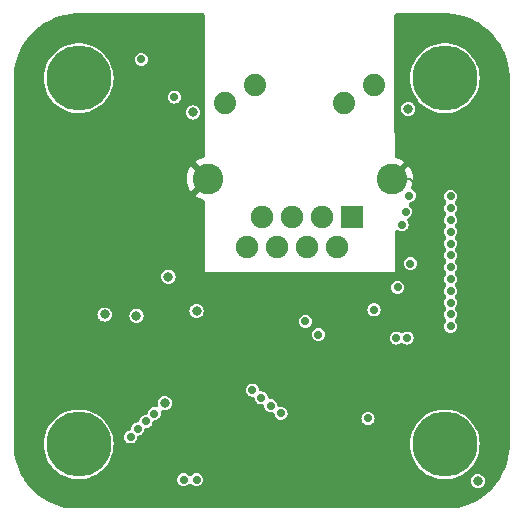
<source format=gbr>
%TF.GenerationSoftware,KiCad,Pcbnew,8.0.3*%
%TF.CreationDate,2024-12-09T21:22:52-05:00*%
%TF.ProjectId,Ethernet HAT,45746865-726e-4657-9420-4841542e6b69,rev?*%
%TF.SameCoordinates,Original*%
%TF.FileFunction,Copper,L2,Inr*%
%TF.FilePolarity,Positive*%
%FSLAX46Y46*%
G04 Gerber Fmt 4.6, Leading zero omitted, Abs format (unit mm)*
G04 Created by KiCad (PCBNEW 8.0.3) date 2024-12-09 21:22:52*
%MOMM*%
%LPD*%
G01*
G04 APERTURE LIST*
%TA.AperFunction,ComponentPad*%
%ADD10C,5.500000*%
%TD*%
%TA.AperFunction,ComponentPad*%
%ADD11C,1.890000*%
%TD*%
%TA.AperFunction,ComponentPad*%
%ADD12R,1.900000X1.900000*%
%TD*%
%TA.AperFunction,ComponentPad*%
%ADD13C,1.900000*%
%TD*%
%TA.AperFunction,ComponentPad*%
%ADD14C,2.600000*%
%TD*%
%TA.AperFunction,ViaPad*%
%ADD15C,0.800000*%
%TD*%
%TA.AperFunction,ViaPad*%
%ADD16C,0.700000*%
%TD*%
%TA.AperFunction,Conductor*%
%ADD17C,0.200000*%
%TD*%
G04 APERTURE END LIST*
D10*
%TO.N,N/C*%
%TO.C,H2*%
X165500000Y-115500000D03*
%TD*%
%TO.N,N/C*%
%TO.C,H4*%
X165500000Y-84500000D03*
%TD*%
%TO.N,N/C*%
%TO.C,H1*%
X134500000Y-84500000D03*
%TD*%
%TO.N,N/C*%
%TO.C,H3*%
X134500000Y-115500000D03*
%TD*%
D11*
%TO.N,+3.3V*%
%TO.C,J1*%
X146900000Y-86570000D03*
%TO.N,/ACT_LED*%
X149440000Y-85050000D03*
%TO.N,/LK_LED*%
X157010000Y-86570000D03*
%TO.N,+3.3V*%
X159550000Y-85050000D03*
D12*
%TO.N,/TD+*%
X157670000Y-96290000D03*
D13*
%TO.N,/TD-*%
X156400000Y-98830000D03*
%TO.N,/R+*%
X155130000Y-96290000D03*
%TO.N,TCT*%
X153860000Y-98830000D03*
%TO.N,RCT*%
X152590000Y-96290000D03*
%TO.N,/R-*%
X151320000Y-98830000D03*
%TO.N,unconnected-(J1-NC-PadR7)*%
X150050000Y-96290000D03*
%TO.N,GND*%
X148780000Y-98830000D03*
D14*
X161000000Y-93000000D03*
X145450000Y-93000000D03*
%TD*%
D15*
%TO.N,GND*%
X143900000Y-100400000D03*
X153200000Y-102800000D03*
D16*
X164400000Y-92200000D03*
X157800000Y-107600000D03*
X164400000Y-91200000D03*
X147544546Y-111958556D03*
X150100000Y-115700000D03*
D15*
X143100000Y-97500000D03*
D16*
X148204011Y-115811059D03*
D15*
X168400000Y-81600000D03*
X143100000Y-96000000D03*
X138900000Y-99800000D03*
D16*
X144400000Y-80900000D03*
X159600000Y-112400000D03*
X152700000Y-110200000D03*
D15*
X143500000Y-105000000D03*
D16*
X136400000Y-99500000D03*
X159100000Y-115100000D03*
D15*
X141000000Y-101300000D03*
X138900000Y-109400000D03*
D16*
X144870245Y-113371679D03*
D15*
X140300000Y-110900000D03*
D16*
X136400000Y-100900000D03*
D15*
X141400000Y-97500000D03*
X139844975Y-96944975D03*
X146000000Y-104600000D03*
D16*
X141062714Y-108037286D03*
D15*
X137600000Y-108000000D03*
%TO.N,RCT*%
X136700000Y-104500000D03*
X139400000Y-104600000D03*
%TO.N,3V3A*%
X141800000Y-112000000D03*
X144488908Y-104186828D03*
X142100000Y-101300000D03*
D16*
%TO.N,+3.3V*%
X143400000Y-118500000D03*
X144500000Y-118500000D03*
X161400000Y-106500000D03*
D15*
X168300000Y-118600000D03*
D16*
X159000000Y-113300000D03*
D15*
X162400000Y-87100000D03*
D16*
X162300000Y-106500000D03*
D15*
X144200000Y-87400000D03*
D16*
%TO.N,Net-(D2-A)*%
X139800000Y-82900000D03*
X142600000Y-86100000D03*
%TO.N,MISO*%
X166000000Y-96500000D03*
%TO.N,AUX3*%
X166000000Y-100500000D03*
%TO.N,MOSI*%
X166000000Y-98500000D03*
%TO.N,AUX4*%
X161500000Y-102200000D03*
X154800000Y-106200000D03*
X166000000Y-101500000D03*
%TO.N,ETH_CS*%
X166000000Y-97500000D03*
X162600000Y-100200000D03*
%TO.N,AUX2*%
X166000000Y-95500000D03*
%TO.N,SDA1*%
X166000000Y-105500000D03*
%TO.N,AUX1*%
X162500000Y-94450000D03*
X162200000Y-95800000D03*
X166000000Y-94500000D03*
%TO.N,SCK*%
X166000000Y-99500000D03*
%TO.N,SCL1*%
X166000000Y-104500000D03*
%TO.N,AUX5*%
X161888298Y-96888297D03*
X166000000Y-102500000D03*
%TO.N,AUX6*%
X166000000Y-103500000D03*
X159509620Y-104109620D03*
X153688298Y-105088298D03*
%TO.N,Net-(U1-LINKLED)*%
X139500000Y-114200000D03*
X150765872Y-112211675D03*
%TO.N,Net-(U1-ACTLED)*%
X140900000Y-112900000D03*
X149200000Y-110900000D03*
%TO.N,Net-(U1-DUPLED)*%
X140197216Y-113550000D03*
X149975526Y-111563384D03*
%TO.N,Net-(U1-SPDLED)*%
X138898780Y-114869731D03*
X151638325Y-112861675D03*
%TD*%
D17*
%TO.N,GND*%
X162500000Y-91500000D02*
X162500000Y-90800000D01*
X162600000Y-93000000D02*
X163400000Y-93800000D01*
X161000000Y-93000000D02*
X162600000Y-93000000D01*
%TD*%
%TA.AperFunction,Conductor*%
%TO.N,GND*%
G36*
X145087343Y-79019707D02*
G01*
X145156584Y-79074926D01*
X145195011Y-79154718D01*
X145200000Y-79199000D01*
X145200000Y-87358989D01*
X145192276Y-87392828D01*
X145200000Y-87441010D01*
X145200000Y-91046896D01*
X145180293Y-91133239D01*
X145125074Y-91202480D01*
X145054916Y-91236267D01*
X145055455Y-91238014D01*
X144790539Y-91319730D01*
X144547478Y-91436782D01*
X144547473Y-91436785D01*
X144364849Y-91561295D01*
X144364849Y-91561296D01*
X145087706Y-92284153D01*
X145071058Y-92291049D01*
X144940030Y-92378599D01*
X144828599Y-92490030D01*
X144741049Y-92621058D01*
X144734153Y-92637706D01*
X144012295Y-91915848D01*
X144012294Y-91915848D01*
X143958600Y-91983179D01*
X143823714Y-92216809D01*
X143823710Y-92216817D01*
X143725146Y-92467953D01*
X143665114Y-92730969D01*
X143644953Y-93000000D01*
X143665114Y-93269030D01*
X143725146Y-93532046D01*
X143823710Y-93783182D01*
X143823714Y-93783190D01*
X143958598Y-94016815D01*
X143958603Y-94016823D01*
X144012294Y-94084151D01*
X144012295Y-94084151D01*
X144734153Y-93362293D01*
X144741049Y-93378942D01*
X144828599Y-93509970D01*
X144940030Y-93621401D01*
X145071058Y-93708951D01*
X145087705Y-93715846D01*
X144364848Y-94438702D01*
X144364849Y-94438703D01*
X144547469Y-94563212D01*
X144547477Y-94563217D01*
X144790539Y-94680269D01*
X145055455Y-94761986D01*
X145054915Y-94763733D01*
X145125072Y-94797517D01*
X145180291Y-94866758D01*
X145200000Y-94953100D01*
X145200000Y-100900000D01*
X161300000Y-100900000D01*
X161300000Y-100899999D01*
X161298080Y-100477622D01*
X161296818Y-100199996D01*
X162044750Y-100199996D01*
X162044750Y-100200003D01*
X162063669Y-100343709D01*
X162063670Y-100343711D01*
X162119137Y-100477622D01*
X162119139Y-100477626D01*
X162207377Y-100592620D01*
X162207379Y-100592622D01*
X162322373Y-100680860D01*
X162322377Y-100680862D01*
X162456288Y-100736329D01*
X162456290Y-100736330D01*
X162599997Y-100755250D01*
X162600000Y-100755250D01*
X162600003Y-100755250D01*
X162743709Y-100736330D01*
X162743711Y-100736329D01*
X162877625Y-100680861D01*
X162992621Y-100592621D01*
X163080861Y-100477625D01*
X163136330Y-100343709D01*
X163152304Y-100222377D01*
X163155250Y-100200003D01*
X163155250Y-100199996D01*
X163136330Y-100056290D01*
X163136329Y-100056288D01*
X163080862Y-99922377D01*
X163080860Y-99922373D01*
X162992622Y-99807379D01*
X162992620Y-99807377D01*
X162877626Y-99719139D01*
X162877622Y-99719137D01*
X162743711Y-99663670D01*
X162743709Y-99663669D01*
X162600003Y-99644750D01*
X162599997Y-99644750D01*
X162456290Y-99663669D01*
X162456288Y-99663670D01*
X162322377Y-99719137D01*
X162322373Y-99719139D01*
X162207379Y-99807377D01*
X162207377Y-99807379D01*
X162119139Y-99922373D01*
X162119137Y-99922377D01*
X162063670Y-100056288D01*
X162063669Y-100056290D01*
X162044750Y-100199996D01*
X161296818Y-100199996D01*
X161284651Y-97523423D01*
X161303966Y-97436996D01*
X161358869Y-97367504D01*
X161438486Y-97328716D01*
X161527048Y-97328313D01*
X161604791Y-97364645D01*
X161610672Y-97369158D01*
X161610675Y-97369159D01*
X161744586Y-97424626D01*
X161744588Y-97424627D01*
X161888295Y-97443547D01*
X161888298Y-97443547D01*
X161888301Y-97443547D01*
X162032007Y-97424627D01*
X162032009Y-97424626D01*
X162165923Y-97369158D01*
X162280919Y-97280918D01*
X162369159Y-97165922D01*
X162424628Y-97032006D01*
X162428842Y-97000000D01*
X162443548Y-96888300D01*
X162443548Y-96888293D01*
X162424628Y-96744587D01*
X162424627Y-96744585D01*
X162369160Y-96610674D01*
X162369159Y-96610673D01*
X162369159Y-96610672D01*
X162361159Y-96600246D01*
X162324232Y-96519751D01*
X162325887Y-96431203D01*
X162365798Y-96352142D01*
X162436059Y-96298228D01*
X162442834Y-96295271D01*
X162477625Y-96280861D01*
X162592621Y-96192621D01*
X162680861Y-96077625D01*
X162736330Y-95943709D01*
X162755250Y-95800000D01*
X162755250Y-95799996D01*
X162736330Y-95656290D01*
X162736329Y-95656288D01*
X162680862Y-95522377D01*
X162680860Y-95522373D01*
X162592623Y-95407380D01*
X162561572Y-95383554D01*
X162512887Y-95346196D01*
X162456385Y-95278002D01*
X162435067Y-95192043D01*
X162453156Y-95105347D01*
X162507069Y-95035084D01*
X162586130Y-94995172D01*
X162608047Y-94991025D01*
X162643709Y-94986330D01*
X162777625Y-94930861D01*
X162892621Y-94842621D01*
X162892624Y-94842618D01*
X162942497Y-94777622D01*
X162980861Y-94727625D01*
X163036330Y-94593709D01*
X163048668Y-94499996D01*
X165444750Y-94499996D01*
X165444750Y-94500003D01*
X165463669Y-94643709D01*
X165463670Y-94643711D01*
X165519137Y-94777621D01*
X165519139Y-94777625D01*
X165569013Y-94842622D01*
X165596817Y-94878857D01*
X165633744Y-94959354D01*
X165632088Y-95047902D01*
X165596817Y-95121143D01*
X165519137Y-95222378D01*
X165463670Y-95356288D01*
X165463669Y-95356290D01*
X165444750Y-95499996D01*
X165444750Y-95500003D01*
X165463669Y-95643709D01*
X165463670Y-95643711D01*
X165473824Y-95668224D01*
X165519139Y-95777625D01*
X165573608Y-95848610D01*
X165596817Y-95878857D01*
X165633744Y-95959354D01*
X165632088Y-96047902D01*
X165596817Y-96121143D01*
X165519137Y-96222378D01*
X165463670Y-96356288D01*
X165463669Y-96356290D01*
X165444750Y-96499996D01*
X165444750Y-96500003D01*
X165463669Y-96643709D01*
X165463670Y-96643711D01*
X165519137Y-96777621D01*
X165519139Y-96777625D01*
X165573608Y-96848610D01*
X165596817Y-96878857D01*
X165633744Y-96959354D01*
X165632088Y-97047902D01*
X165596817Y-97121143D01*
X165519137Y-97222378D01*
X165463670Y-97356288D01*
X165463669Y-97356290D01*
X165444750Y-97499996D01*
X165444750Y-97500003D01*
X165463669Y-97643709D01*
X165463670Y-97643711D01*
X165519137Y-97777621D01*
X165519139Y-97777625D01*
X165573608Y-97848610D01*
X165596817Y-97878857D01*
X165633744Y-97959354D01*
X165632088Y-98047902D01*
X165596817Y-98121143D01*
X165519137Y-98222378D01*
X165463670Y-98356288D01*
X165463669Y-98356290D01*
X165444750Y-98499996D01*
X165444750Y-98500003D01*
X165463669Y-98643709D01*
X165463670Y-98643711D01*
X165519137Y-98777621D01*
X165519139Y-98777625D01*
X165573608Y-98848610D01*
X165596817Y-98878857D01*
X165633744Y-98959354D01*
X165632088Y-99047902D01*
X165596817Y-99121143D01*
X165519137Y-99222378D01*
X165463670Y-99356288D01*
X165463669Y-99356290D01*
X165444750Y-99499996D01*
X165444750Y-99500003D01*
X165463669Y-99643709D01*
X165463670Y-99643711D01*
X165519137Y-99777621D01*
X165519139Y-99777625D01*
X165573608Y-99848610D01*
X165596817Y-99878857D01*
X165633744Y-99959354D01*
X165632088Y-100047902D01*
X165596817Y-100121143D01*
X165519137Y-100222378D01*
X165463670Y-100356288D01*
X165463669Y-100356290D01*
X165444750Y-100499996D01*
X165444750Y-100500003D01*
X165463669Y-100643709D01*
X165463670Y-100643711D01*
X165502034Y-100736330D01*
X165519139Y-100777625D01*
X165573608Y-100848610D01*
X165596817Y-100878857D01*
X165633744Y-100959354D01*
X165632088Y-101047902D01*
X165596817Y-101121143D01*
X165519137Y-101222378D01*
X165463670Y-101356288D01*
X165463669Y-101356290D01*
X165444750Y-101499996D01*
X165444750Y-101500003D01*
X165463669Y-101643709D01*
X165463670Y-101643711D01*
X165519137Y-101777621D01*
X165519139Y-101777625D01*
X165573608Y-101848610D01*
X165596817Y-101878857D01*
X165633744Y-101959354D01*
X165632088Y-102047902D01*
X165596817Y-102121143D01*
X165519137Y-102222378D01*
X165463670Y-102356288D01*
X165463669Y-102356290D01*
X165444750Y-102499996D01*
X165444750Y-102500003D01*
X165463669Y-102643709D01*
X165463670Y-102643711D01*
X165502034Y-102736330D01*
X165519139Y-102777625D01*
X165573608Y-102848610D01*
X165596817Y-102878857D01*
X165633744Y-102959354D01*
X165632088Y-103047902D01*
X165596817Y-103121143D01*
X165519137Y-103222378D01*
X165463670Y-103356288D01*
X165463669Y-103356290D01*
X165444750Y-103499996D01*
X165444750Y-103500003D01*
X165463669Y-103643709D01*
X165463670Y-103643711D01*
X165494026Y-103716997D01*
X165519139Y-103777625D01*
X165573608Y-103848610D01*
X165596817Y-103878857D01*
X165633744Y-103959354D01*
X165632088Y-104047902D01*
X165596817Y-104121143D01*
X165519137Y-104222378D01*
X165463670Y-104356288D01*
X165463669Y-104356290D01*
X165444750Y-104499996D01*
X165444750Y-104500003D01*
X165463669Y-104643709D01*
X165463670Y-104643711D01*
X165516756Y-104771872D01*
X165519139Y-104777625D01*
X165573608Y-104848610D01*
X165596817Y-104878857D01*
X165633744Y-104959354D01*
X165632088Y-105047902D01*
X165596817Y-105121143D01*
X165519137Y-105222378D01*
X165463670Y-105356288D01*
X165463669Y-105356290D01*
X165444750Y-105499996D01*
X165444750Y-105500003D01*
X165463669Y-105643709D01*
X165463670Y-105643711D01*
X165519137Y-105777622D01*
X165519139Y-105777626D01*
X165607377Y-105892620D01*
X165607379Y-105892622D01*
X165722373Y-105980860D01*
X165722377Y-105980862D01*
X165856288Y-106036329D01*
X165856290Y-106036330D01*
X165999997Y-106055250D01*
X166000000Y-106055250D01*
X166000003Y-106055250D01*
X166143709Y-106036330D01*
X166143711Y-106036329D01*
X166185217Y-106019137D01*
X166277625Y-105980861D01*
X166335123Y-105936741D01*
X166392620Y-105892622D01*
X166392622Y-105892620D01*
X166480860Y-105777626D01*
X166480859Y-105777626D01*
X166480861Y-105777625D01*
X166536330Y-105643709D01*
X166555250Y-105500000D01*
X166555250Y-105499996D01*
X166536330Y-105356290D01*
X166536329Y-105356288D01*
X166480862Y-105222377D01*
X166480861Y-105222376D01*
X166480861Y-105222375D01*
X166403182Y-105121142D01*
X166366255Y-105040647D01*
X166367911Y-104952099D01*
X166403183Y-104878856D01*
X166480861Y-104777625D01*
X166536330Y-104643709D01*
X166548408Y-104551968D01*
X166555250Y-104500003D01*
X166555250Y-104499996D01*
X166536330Y-104356290D01*
X166536329Y-104356288D01*
X166480862Y-104222377D01*
X166480861Y-104222376D01*
X166480861Y-104222375D01*
X166403182Y-104121142D01*
X166366255Y-104040647D01*
X166367911Y-103952099D01*
X166403183Y-103878856D01*
X166480861Y-103777625D01*
X166536330Y-103643709D01*
X166555250Y-103500000D01*
X166555250Y-103499996D01*
X166536330Y-103356290D01*
X166536329Y-103356288D01*
X166480862Y-103222377D01*
X166480861Y-103222376D01*
X166480861Y-103222375D01*
X166403182Y-103121142D01*
X166366255Y-103040647D01*
X166367911Y-102952099D01*
X166403183Y-102878856D01*
X166480861Y-102777625D01*
X166536330Y-102643709D01*
X166555250Y-102500000D01*
X166555250Y-102499996D01*
X166536330Y-102356290D01*
X166536329Y-102356288D01*
X166480862Y-102222377D01*
X166480861Y-102222376D01*
X166480861Y-102222375D01*
X166403182Y-102121142D01*
X166366255Y-102040647D01*
X166367911Y-101952099D01*
X166403183Y-101878856D01*
X166480861Y-101777625D01*
X166536330Y-101643709D01*
X166541710Y-101602843D01*
X166555250Y-101500003D01*
X166555250Y-101499996D01*
X166536330Y-101356290D01*
X166536329Y-101356288D01*
X166480862Y-101222377D01*
X166480861Y-101222376D01*
X166480861Y-101222375D01*
X166403182Y-101121142D01*
X166366255Y-101040647D01*
X166367911Y-100952099D01*
X166403183Y-100878856D01*
X166480861Y-100777625D01*
X166536330Y-100643709D01*
X166555250Y-100500000D01*
X166555250Y-100499996D01*
X166536330Y-100356290D01*
X166536329Y-100356288D01*
X166480862Y-100222377D01*
X166480861Y-100222376D01*
X166480861Y-100222375D01*
X166403182Y-100121142D01*
X166366255Y-100040647D01*
X166367911Y-99952099D01*
X166403183Y-99878856D01*
X166480861Y-99777625D01*
X166536330Y-99643709D01*
X166555250Y-99500000D01*
X166555250Y-99499996D01*
X166536330Y-99356290D01*
X166536329Y-99356288D01*
X166480862Y-99222377D01*
X166480861Y-99222376D01*
X166480861Y-99222375D01*
X166403182Y-99121142D01*
X166366255Y-99040647D01*
X166367911Y-98952099D01*
X166403183Y-98878856D01*
X166480861Y-98777625D01*
X166536330Y-98643709D01*
X166555250Y-98500000D01*
X166555250Y-98499996D01*
X166536330Y-98356290D01*
X166536329Y-98356288D01*
X166480862Y-98222377D01*
X166480861Y-98222376D01*
X166480861Y-98222375D01*
X166403182Y-98121142D01*
X166366255Y-98040647D01*
X166367911Y-97952099D01*
X166403183Y-97878856D01*
X166480861Y-97777625D01*
X166536330Y-97643709D01*
X166555250Y-97500000D01*
X166555250Y-97499996D01*
X166536330Y-97356290D01*
X166536329Y-97356288D01*
X166480862Y-97222377D01*
X166480861Y-97222376D01*
X166480861Y-97222375D01*
X166403182Y-97121142D01*
X166366255Y-97040647D01*
X166367911Y-96952099D01*
X166403183Y-96878856D01*
X166480861Y-96777625D01*
X166536330Y-96643709D01*
X166540679Y-96610674D01*
X166555250Y-96500003D01*
X166555250Y-96499996D01*
X166536330Y-96356290D01*
X166536329Y-96356288D01*
X166480862Y-96222377D01*
X166480861Y-96222376D01*
X166480861Y-96222375D01*
X166403182Y-96121142D01*
X166366255Y-96040647D01*
X166367911Y-95952099D01*
X166403183Y-95878856D01*
X166480861Y-95777625D01*
X166536330Y-95643709D01*
X166541660Y-95603228D01*
X166555250Y-95500003D01*
X166555250Y-95499996D01*
X166536330Y-95356290D01*
X166536329Y-95356288D01*
X166480862Y-95222377D01*
X166480861Y-95222376D01*
X166480861Y-95222375D01*
X166403182Y-95121142D01*
X166366255Y-95040647D01*
X166367911Y-94952099D01*
X166403183Y-94878856D01*
X166417009Y-94860838D01*
X166480861Y-94777625D01*
X166536330Y-94643709D01*
X166540062Y-94615359D01*
X166555250Y-94500003D01*
X166555250Y-94499996D01*
X166536330Y-94356290D01*
X166536329Y-94356288D01*
X166480862Y-94222377D01*
X166480860Y-94222373D01*
X166392622Y-94107379D01*
X166392620Y-94107377D01*
X166277626Y-94019139D01*
X166277622Y-94019137D01*
X166143711Y-93963670D01*
X166143709Y-93963669D01*
X166000003Y-93944750D01*
X165999997Y-93944750D01*
X165856290Y-93963669D01*
X165856288Y-93963670D01*
X165722377Y-94019137D01*
X165722373Y-94019139D01*
X165607379Y-94107377D01*
X165607377Y-94107379D01*
X165519139Y-94222373D01*
X165519137Y-94222377D01*
X165463670Y-94356288D01*
X165463669Y-94356290D01*
X165444750Y-94499996D01*
X163048668Y-94499996D01*
X163055250Y-94450003D01*
X163055250Y-94449996D01*
X163036330Y-94306290D01*
X163036329Y-94306288D01*
X162980862Y-94172377D01*
X162980860Y-94172373D01*
X162892622Y-94057379D01*
X162892620Y-94057377D01*
X162777626Y-93969139D01*
X162777625Y-93969138D01*
X162765120Y-93963959D01*
X162692891Y-93912710D01*
X162650051Y-93835197D01*
X162645086Y-93746773D01*
X162656031Y-93707403D01*
X162724852Y-93532052D01*
X162724853Y-93532048D01*
X162784885Y-93269030D01*
X162805046Y-93000000D01*
X162784885Y-92730969D01*
X162724853Y-92467953D01*
X162626289Y-92216817D01*
X162626285Y-92216809D01*
X162491399Y-91983180D01*
X162437703Y-91915847D01*
X161715846Y-92637704D01*
X161708951Y-92621058D01*
X161621401Y-92490030D01*
X161509970Y-92378599D01*
X161378942Y-92291049D01*
X161362293Y-92284152D01*
X162085150Y-91561296D01*
X162085149Y-91561295D01*
X161902529Y-91436786D01*
X161902530Y-91436786D01*
X161659460Y-91319730D01*
X161395564Y-91238328D01*
X161318866Y-91194046D01*
X161268977Y-91120871D01*
X161255223Y-91049074D01*
X161237273Y-87100000D01*
X161794318Y-87100000D01*
X161814956Y-87256762D01*
X161814957Y-87256764D01*
X161875463Y-87402840D01*
X161875464Y-87402843D01*
X161939633Y-87486468D01*
X161971718Y-87528282D01*
X162008834Y-87556762D01*
X162097156Y-87624535D01*
X162097159Y-87624536D01*
X162243238Y-87685044D01*
X162400000Y-87705682D01*
X162556762Y-87685044D01*
X162702841Y-87624536D01*
X162702841Y-87624535D01*
X162702843Y-87624535D01*
X162731976Y-87602179D01*
X162828282Y-87528282D01*
X162902179Y-87431976D01*
X162924535Y-87402843D01*
X162924536Y-87402840D01*
X162925036Y-87401634D01*
X162985044Y-87256762D01*
X163005682Y-87100000D01*
X162985044Y-86943238D01*
X162924536Y-86797159D01*
X162924535Y-86797156D01*
X162870094Y-86726209D01*
X162828282Y-86671718D01*
X162782162Y-86636329D01*
X162702843Y-86575464D01*
X162702840Y-86575463D01*
X162556764Y-86514957D01*
X162556762Y-86514956D01*
X162400000Y-86494318D01*
X162243237Y-86514956D01*
X162243235Y-86514957D01*
X162097159Y-86575463D01*
X162097156Y-86575464D01*
X161971718Y-86671718D01*
X161875464Y-86797156D01*
X161875463Y-86797159D01*
X161814957Y-86943235D01*
X161814956Y-86943237D01*
X161794318Y-87100000D01*
X161237273Y-87100000D01*
X161225455Y-84499994D01*
X162544500Y-84499994D01*
X162544500Y-84500005D01*
X162564482Y-84843103D01*
X162624167Y-85181592D01*
X162722737Y-85510839D01*
X162858870Y-85826429D01*
X162858871Y-85826431D01*
X163030713Y-86124069D01*
X163030712Y-86124069D01*
X163219479Y-86377626D01*
X163235956Y-86399759D01*
X163471813Y-86649753D01*
X163735098Y-86870675D01*
X164022250Y-87059538D01*
X164329386Y-87213788D01*
X164652353Y-87331338D01*
X164652358Y-87331339D01*
X164652360Y-87331340D01*
X164760756Y-87357029D01*
X164986783Y-87410599D01*
X165095213Y-87423272D01*
X165328138Y-87450499D01*
X165328150Y-87450499D01*
X165328153Y-87450500D01*
X165328155Y-87450500D01*
X165671845Y-87450500D01*
X165671847Y-87450500D01*
X165671849Y-87450499D01*
X165671861Y-87450499D01*
X165849801Y-87429699D01*
X166013217Y-87410599D01*
X166347647Y-87331338D01*
X166670614Y-87213788D01*
X166977750Y-87059538D01*
X167264902Y-86870675D01*
X167528187Y-86649753D01*
X167764044Y-86399759D01*
X167969284Y-86124074D01*
X168141131Y-85826426D01*
X168277262Y-85510841D01*
X168375834Y-85181585D01*
X168435516Y-84843113D01*
X168455500Y-84500000D01*
X168455436Y-84498899D01*
X168435517Y-84156896D01*
X168435516Y-84156891D01*
X168435516Y-84156887D01*
X168375834Y-83818415D01*
X168367447Y-83790401D01*
X168277262Y-83489160D01*
X168254473Y-83436330D01*
X168141131Y-83173574D01*
X168066153Y-83043709D01*
X167969286Y-82875930D01*
X167969287Y-82875930D01*
X167764047Y-82600245D01*
X167764046Y-82600244D01*
X167764044Y-82600241D01*
X167528187Y-82350247D01*
X167264902Y-82129325D01*
X166977750Y-81940462D01*
X166827566Y-81865036D01*
X166670621Y-81786215D01*
X166670617Y-81786213D01*
X166670614Y-81786212D01*
X166347647Y-81668662D01*
X166347645Y-81668661D01*
X166347641Y-81668660D01*
X166347639Y-81668659D01*
X166013213Y-81589400D01*
X165671861Y-81549500D01*
X165671847Y-81549500D01*
X165328153Y-81549500D01*
X165328138Y-81549500D01*
X164986787Y-81589400D01*
X164986786Y-81589400D01*
X164652360Y-81668659D01*
X164652358Y-81668660D01*
X164652353Y-81668662D01*
X164329386Y-81786212D01*
X164329384Y-81786212D01*
X164329384Y-81786213D01*
X164329378Y-81786215D01*
X164022246Y-81940464D01*
X163735095Y-82129327D01*
X163471811Y-82350249D01*
X163235952Y-82600245D01*
X163030713Y-82875930D01*
X162858871Y-83173568D01*
X162858870Y-83173570D01*
X162722737Y-83489160D01*
X162624167Y-83818407D01*
X162564482Y-84156896D01*
X162544500Y-84499994D01*
X161225455Y-84499994D01*
X161201364Y-79199905D01*
X161220679Y-79113473D01*
X161275582Y-79043981D01*
X161355199Y-79005193D01*
X161400362Y-79000000D01*
X165498931Y-79000000D01*
X165501100Y-79000011D01*
X165732415Y-79002534D01*
X165747587Y-79003278D01*
X166209595Y-79043700D01*
X166226777Y-79045962D01*
X166682433Y-79126306D01*
X166699382Y-79130064D01*
X167146273Y-79249808D01*
X167162830Y-79255028D01*
X167597613Y-79413276D01*
X167613629Y-79419910D01*
X167968768Y-79585514D01*
X168032950Y-79615443D01*
X168048349Y-79623459D01*
X168449038Y-79854796D01*
X168463666Y-79864116D01*
X168719068Y-80042950D01*
X168842662Y-80129492D01*
X168856435Y-80140060D01*
X169210865Y-80437462D01*
X169223664Y-80449191D01*
X169550808Y-80776335D01*
X169562537Y-80789134D01*
X169859939Y-81143564D01*
X169870507Y-81157337D01*
X170135879Y-81536326D01*
X170145207Y-81550968D01*
X170376540Y-81951650D01*
X170384556Y-81967049D01*
X170580084Y-82386359D01*
X170586728Y-82402398D01*
X170744971Y-82837169D01*
X170750191Y-82853726D01*
X170869935Y-83300617D01*
X170873693Y-83317566D01*
X170954035Y-83773207D01*
X170956301Y-83790419D01*
X170996720Y-84252411D01*
X170997465Y-84267585D01*
X170999988Y-84498899D01*
X171000000Y-84501069D01*
X171000000Y-115498930D01*
X170999988Y-115501100D01*
X170997465Y-115732414D01*
X170996720Y-115747588D01*
X170956301Y-116209580D01*
X170954035Y-116226792D01*
X170873693Y-116682433D01*
X170869935Y-116699382D01*
X170750191Y-117146273D01*
X170744971Y-117162830D01*
X170586728Y-117597601D01*
X170580084Y-117613640D01*
X170384556Y-118032950D01*
X170376540Y-118048349D01*
X170145207Y-118449031D01*
X170135879Y-118463673D01*
X169870507Y-118842662D01*
X169859939Y-118856435D01*
X169562537Y-119210865D01*
X169550808Y-119223664D01*
X169223664Y-119550808D01*
X169210865Y-119562537D01*
X168856435Y-119859939D01*
X168842662Y-119870507D01*
X168463673Y-120135879D01*
X168449031Y-120145207D01*
X168048349Y-120376540D01*
X168032950Y-120384556D01*
X167613640Y-120580084D01*
X167597601Y-120586728D01*
X167162830Y-120744971D01*
X167146273Y-120750191D01*
X166699382Y-120869935D01*
X166682434Y-120873693D01*
X166468140Y-120911479D01*
X166436960Y-120916977D01*
X166402405Y-120920000D01*
X133597601Y-120920000D01*
X133563045Y-120916977D01*
X133317566Y-120873692D01*
X133300617Y-120869934D01*
X132853727Y-120750190D01*
X132837170Y-120744970D01*
X132402399Y-120586727D01*
X132386360Y-120580083D01*
X131967049Y-120384555D01*
X131951650Y-120376539D01*
X131550969Y-120145206D01*
X131536327Y-120135878D01*
X131157338Y-119870506D01*
X131143565Y-119859938D01*
X130789134Y-119562536D01*
X130776335Y-119550807D01*
X130449192Y-119223664D01*
X130437463Y-119210865D01*
X130140061Y-118856434D01*
X130129493Y-118842661D01*
X129959579Y-118600000D01*
X129889556Y-118499996D01*
X142844750Y-118499996D01*
X142844750Y-118500003D01*
X142863669Y-118643709D01*
X142863670Y-118643711D01*
X142919137Y-118777622D01*
X142919139Y-118777626D01*
X143007377Y-118892620D01*
X143007379Y-118892622D01*
X143122373Y-118980860D01*
X143122377Y-118980862D01*
X143256288Y-119036329D01*
X143256290Y-119036330D01*
X143399997Y-119055250D01*
X143400000Y-119055250D01*
X143400003Y-119055250D01*
X143543709Y-119036330D01*
X143543711Y-119036329D01*
X143677625Y-118980861D01*
X143779302Y-118902841D01*
X143792620Y-118892622D01*
X143801844Y-118883399D01*
X143802838Y-118884393D01*
X143860316Y-118836769D01*
X143946275Y-118815449D01*
X144032972Y-118833536D01*
X144098069Y-118883485D01*
X144098156Y-118883399D01*
X144098812Y-118884055D01*
X144103235Y-118887449D01*
X144107285Y-118892528D01*
X144107379Y-118892622D01*
X144222373Y-118980860D01*
X144222377Y-118980862D01*
X144356288Y-119036329D01*
X144356290Y-119036330D01*
X144499997Y-119055250D01*
X144500000Y-119055250D01*
X144500003Y-119055250D01*
X144643709Y-119036330D01*
X144643711Y-119036329D01*
X144777625Y-118980861D01*
X144879302Y-118902841D01*
X144892620Y-118892622D01*
X144892622Y-118892620D01*
X144980860Y-118777626D01*
X144980859Y-118777626D01*
X144980861Y-118777625D01*
X145036330Y-118643709D01*
X145042085Y-118600000D01*
X167694318Y-118600000D01*
X167714956Y-118756762D01*
X167714957Y-118756764D01*
X167775463Y-118902840D01*
X167775464Y-118902843D01*
X167835330Y-118980860D01*
X167871718Y-119028282D01*
X167926209Y-119070094D01*
X167997156Y-119124535D01*
X167997159Y-119124536D01*
X168143238Y-119185044D01*
X168300000Y-119205682D01*
X168456762Y-119185044D01*
X168602841Y-119124536D01*
X168602841Y-119124535D01*
X168602843Y-119124535D01*
X168631976Y-119102179D01*
X168728282Y-119028282D01*
X168802179Y-118931976D01*
X168824535Y-118902843D01*
X168824536Y-118902840D01*
X168885044Y-118756762D01*
X168905682Y-118600000D01*
X168885044Y-118443238D01*
X168824536Y-118297159D01*
X168824535Y-118297156D01*
X168738128Y-118184550D01*
X168728282Y-118171718D01*
X168686468Y-118139633D01*
X168602843Y-118075464D01*
X168602840Y-118075463D01*
X168489856Y-118028664D01*
X168456762Y-118014956D01*
X168300000Y-117994318D01*
X168143237Y-118014956D01*
X168143235Y-118014957D01*
X167997159Y-118075463D01*
X167997156Y-118075464D01*
X167871718Y-118171718D01*
X167775464Y-118297156D01*
X167775463Y-118297159D01*
X167714957Y-118443235D01*
X167714956Y-118443237D01*
X167694318Y-118600000D01*
X145042085Y-118600000D01*
X145055250Y-118500000D01*
X145055250Y-118499996D01*
X145036330Y-118356290D01*
X145036329Y-118356288D01*
X144980862Y-118222377D01*
X144980860Y-118222373D01*
X144892622Y-118107379D01*
X144892620Y-118107377D01*
X144777626Y-118019139D01*
X144777622Y-118019137D01*
X144643711Y-117963670D01*
X144643709Y-117963669D01*
X144500003Y-117944750D01*
X144499997Y-117944750D01*
X144356290Y-117963669D01*
X144356288Y-117963670D01*
X144222377Y-118019137D01*
X144222373Y-118019139D01*
X144107379Y-118107377D01*
X144098156Y-118116601D01*
X144097162Y-118115607D01*
X144039675Y-118163235D01*
X143953715Y-118184550D01*
X143867019Y-118166458D01*
X143801932Y-118116512D01*
X143801844Y-118116601D01*
X143801169Y-118115926D01*
X143796759Y-118112542D01*
X143792716Y-118107473D01*
X143792620Y-118107377D01*
X143677626Y-118019139D01*
X143677622Y-118019137D01*
X143543711Y-117963670D01*
X143543709Y-117963669D01*
X143400003Y-117944750D01*
X143399997Y-117944750D01*
X143256290Y-117963669D01*
X143256288Y-117963670D01*
X143122377Y-118019137D01*
X143122373Y-118019139D01*
X143007379Y-118107377D01*
X143007377Y-118107379D01*
X142919139Y-118222373D01*
X142919137Y-118222377D01*
X142863670Y-118356288D01*
X142863669Y-118356290D01*
X142844750Y-118499996D01*
X129889556Y-118499996D01*
X129864117Y-118463665D01*
X129854793Y-118449030D01*
X129851448Y-118443237D01*
X129662814Y-118116512D01*
X129623460Y-118048349D01*
X129615444Y-118032950D01*
X129574316Y-117944750D01*
X129419911Y-117613628D01*
X129413277Y-117597612D01*
X129255029Y-117162829D01*
X129249809Y-117146272D01*
X129130065Y-116699382D01*
X129126307Y-116682433D01*
X129045963Y-116226777D01*
X129043701Y-116209595D01*
X129003279Y-115747587D01*
X129002535Y-115732414D01*
X129000012Y-115501025D01*
X129000006Y-115499994D01*
X131544500Y-115499994D01*
X131544500Y-115500005D01*
X131564482Y-115843103D01*
X131624167Y-116181592D01*
X131722737Y-116510839D01*
X131858870Y-116826429D01*
X131858871Y-116826431D01*
X132030713Y-117124069D01*
X132030712Y-117124069D01*
X132047243Y-117146273D01*
X132235956Y-117399759D01*
X132471813Y-117649753D01*
X132735098Y-117870675D01*
X133022250Y-118059538D01*
X133329386Y-118213788D01*
X133652353Y-118331338D01*
X133652358Y-118331339D01*
X133652360Y-118331340D01*
X133757626Y-118356288D01*
X133986783Y-118410599D01*
X134095213Y-118423272D01*
X134328138Y-118450499D01*
X134328150Y-118450499D01*
X134328153Y-118450500D01*
X134328155Y-118450500D01*
X134671845Y-118450500D01*
X134671847Y-118450500D01*
X134671849Y-118450499D01*
X134671861Y-118450499D01*
X134849801Y-118429699D01*
X135013217Y-118410599D01*
X135347647Y-118331338D01*
X135670614Y-118213788D01*
X135977750Y-118059538D01*
X136264902Y-117870675D01*
X136528187Y-117649753D01*
X136764044Y-117399759D01*
X136969284Y-117124074D01*
X137141131Y-116826426D01*
X137277262Y-116510841D01*
X137375834Y-116181585D01*
X137435516Y-115843113D01*
X137441964Y-115732414D01*
X137455500Y-115500005D01*
X137455500Y-115499994D01*
X162544500Y-115499994D01*
X162544500Y-115500005D01*
X162564482Y-115843103D01*
X162624167Y-116181592D01*
X162722737Y-116510839D01*
X162858870Y-116826429D01*
X162858871Y-116826431D01*
X163030713Y-117124069D01*
X163030712Y-117124069D01*
X163047243Y-117146273D01*
X163235956Y-117399759D01*
X163471813Y-117649753D01*
X163735098Y-117870675D01*
X164022250Y-118059538D01*
X164329386Y-118213788D01*
X164652353Y-118331338D01*
X164652358Y-118331339D01*
X164652360Y-118331340D01*
X164757626Y-118356288D01*
X164986783Y-118410599D01*
X165095213Y-118423272D01*
X165328138Y-118450499D01*
X165328150Y-118450499D01*
X165328153Y-118450500D01*
X165328155Y-118450500D01*
X165671845Y-118450500D01*
X165671847Y-118450500D01*
X165671849Y-118450499D01*
X165671861Y-118450499D01*
X165849801Y-118429699D01*
X166013217Y-118410599D01*
X166347647Y-118331338D01*
X166670614Y-118213788D01*
X166977750Y-118059538D01*
X167264902Y-117870675D01*
X167528187Y-117649753D01*
X167764044Y-117399759D01*
X167969284Y-117124074D01*
X168141131Y-116826426D01*
X168277262Y-116510841D01*
X168375834Y-116181585D01*
X168435516Y-115843113D01*
X168441964Y-115732414D01*
X168455500Y-115500005D01*
X168455500Y-115499994D01*
X168435517Y-115156896D01*
X168435516Y-115156891D01*
X168435516Y-115156887D01*
X168375834Y-114818415D01*
X168277262Y-114489159D01*
X168141131Y-114173574D01*
X168100192Y-114102666D01*
X167969286Y-113875930D01*
X167969287Y-113875930D01*
X167764047Y-113600245D01*
X167764046Y-113600244D01*
X167764044Y-113600241D01*
X167528187Y-113350247D01*
X167264902Y-113129325D01*
X166977750Y-112940462D01*
X166736173Y-112819137D01*
X166670621Y-112786215D01*
X166670617Y-112786213D01*
X166670614Y-112786212D01*
X166347647Y-112668662D01*
X166347645Y-112668661D01*
X166347641Y-112668660D01*
X166347639Y-112668659D01*
X166013213Y-112589400D01*
X165671861Y-112549500D01*
X165671847Y-112549500D01*
X165328153Y-112549500D01*
X165328138Y-112549500D01*
X164986787Y-112589400D01*
X164986786Y-112589400D01*
X164652360Y-112668659D01*
X164652358Y-112668660D01*
X164586757Y-112692537D01*
X164329386Y-112786212D01*
X164329384Y-112786212D01*
X164329384Y-112786213D01*
X164329378Y-112786215D01*
X164022246Y-112940464D01*
X163735095Y-113129327D01*
X163677536Y-113177625D01*
X163481002Y-113342537D01*
X163471811Y-113350249D01*
X163235952Y-113600245D01*
X163030713Y-113875930D01*
X162858871Y-114173568D01*
X162858870Y-114173570D01*
X162722737Y-114489160D01*
X162624167Y-114818407D01*
X162564482Y-115156896D01*
X162544500Y-115499994D01*
X137455500Y-115499994D01*
X137435517Y-115156896D01*
X137435516Y-115156891D01*
X137435516Y-115156887D01*
X137384882Y-114869727D01*
X138343530Y-114869727D01*
X138343530Y-114869734D01*
X138362449Y-115013440D01*
X138362450Y-115013442D01*
X138417917Y-115147353D01*
X138417919Y-115147357D01*
X138506157Y-115262351D01*
X138506159Y-115262353D01*
X138621153Y-115350591D01*
X138621157Y-115350593D01*
X138755068Y-115406060D01*
X138755070Y-115406061D01*
X138898777Y-115424981D01*
X138898780Y-115424981D01*
X138898783Y-115424981D01*
X139042489Y-115406061D01*
X139042491Y-115406060D01*
X139176405Y-115350592D01*
X139291401Y-115262352D01*
X139379641Y-115147356D01*
X139435110Y-115013440D01*
X139448626Y-114910780D01*
X139479434Y-114827748D01*
X139543218Y-114766306D01*
X139619947Y-114739458D01*
X139643709Y-114736330D01*
X139643710Y-114736329D01*
X139643713Y-114736329D01*
X139741500Y-114695823D01*
X139777625Y-114680861D01*
X139892621Y-114592621D01*
X139980861Y-114477625D01*
X140036330Y-114343709D01*
X140045509Y-114273986D01*
X140076317Y-114190958D01*
X140140100Y-114129516D01*
X140216825Y-114102668D01*
X140340925Y-114086330D01*
X140474841Y-114030861D01*
X140589837Y-113942621D01*
X140605373Y-113922375D01*
X140678076Y-113827626D01*
X140678075Y-113827626D01*
X140678077Y-113827625D01*
X140733546Y-113693709D01*
X140742627Y-113624731D01*
X140773435Y-113541703D01*
X140837219Y-113480262D01*
X140913943Y-113453414D01*
X141043709Y-113436330D01*
X141177625Y-113380861D01*
X141292621Y-113292621D01*
X141308157Y-113272375D01*
X141380860Y-113177626D01*
X141380859Y-113177626D01*
X141380861Y-113177625D01*
X141436330Y-113043709D01*
X141455250Y-112900003D01*
X141455250Y-112899997D01*
X141443589Y-112811427D01*
X141451857Y-112723250D01*
X141497565Y-112647393D01*
X141571659Y-112598880D01*
X141659464Y-112587320D01*
X141666860Y-112588153D01*
X141800000Y-112605682D01*
X141956762Y-112585044D01*
X142102841Y-112524536D01*
X142102841Y-112524535D01*
X142102843Y-112524535D01*
X142148760Y-112489301D01*
X142228282Y-112428282D01*
X142321786Y-112306425D01*
X142324535Y-112302843D01*
X142324536Y-112302840D01*
X142331060Y-112287090D01*
X142385044Y-112156762D01*
X142405682Y-112000000D01*
X142385044Y-111843238D01*
X142324536Y-111697159D01*
X142324535Y-111697156D01*
X142236650Y-111582624D01*
X142228282Y-111571718D01*
X142186468Y-111539633D01*
X142102843Y-111475464D01*
X142102840Y-111475463D01*
X141989856Y-111428664D01*
X141956762Y-111414956D01*
X141800000Y-111394318D01*
X141643237Y-111414956D01*
X141643235Y-111414957D01*
X141497159Y-111475463D01*
X141497156Y-111475464D01*
X141371718Y-111571718D01*
X141275464Y-111697156D01*
X141275463Y-111697159D01*
X141214957Y-111843235D01*
X141214956Y-111843237D01*
X141194318Y-112000000D01*
X141211846Y-112133139D01*
X141203577Y-112221315D01*
X141157868Y-112297172D01*
X141083774Y-112345684D01*
X140995968Y-112357244D01*
X140988574Y-112356411D01*
X140958328Y-112352429D01*
X140900000Y-112344750D01*
X140899998Y-112344750D01*
X140899997Y-112344750D01*
X140756290Y-112363669D01*
X140756288Y-112363670D01*
X140622377Y-112419137D01*
X140622373Y-112419139D01*
X140507379Y-112507377D01*
X140507377Y-112507379D01*
X140419139Y-112622373D01*
X140419137Y-112622377D01*
X140363670Y-112756288D01*
X140363669Y-112756290D01*
X140354588Y-112825266D01*
X140323778Y-112908298D01*
X140259994Y-112969739D01*
X140183266Y-112996586D01*
X140053507Y-113013669D01*
X140053504Y-113013670D01*
X139919593Y-113069137D01*
X139919589Y-113069139D01*
X139804595Y-113157377D01*
X139804593Y-113157379D01*
X139716355Y-113272373D01*
X139716353Y-113272377D01*
X139660886Y-113406288D01*
X139660885Y-113406289D01*
X139651706Y-113476012D01*
X139620897Y-113559043D01*
X139557112Y-113620485D01*
X139480384Y-113647332D01*
X139356291Y-113663669D01*
X139356288Y-113663670D01*
X139222377Y-113719137D01*
X139222373Y-113719139D01*
X139107379Y-113807377D01*
X139107377Y-113807379D01*
X139019139Y-113922373D01*
X139019137Y-113922377D01*
X138963670Y-114056288D01*
X138963669Y-114056289D01*
X138950153Y-114158952D01*
X138919344Y-114241983D01*
X138855559Y-114303425D01*
X138778834Y-114330272D01*
X138755069Y-114333401D01*
X138755068Y-114333401D01*
X138621157Y-114388868D01*
X138621153Y-114388870D01*
X138506159Y-114477108D01*
X138506157Y-114477110D01*
X138417919Y-114592104D01*
X138417917Y-114592108D01*
X138362450Y-114726019D01*
X138362449Y-114726021D01*
X138343530Y-114869727D01*
X137384882Y-114869727D01*
X137375834Y-114818415D01*
X137277262Y-114489159D01*
X137141131Y-114173574D01*
X137100192Y-114102666D01*
X136969286Y-113875930D01*
X136969287Y-113875930D01*
X136764047Y-113600245D01*
X136764046Y-113600244D01*
X136764044Y-113600241D01*
X136528187Y-113350247D01*
X136264902Y-113129325D01*
X135977750Y-112940462D01*
X135736173Y-112819137D01*
X135670621Y-112786215D01*
X135670617Y-112786213D01*
X135670614Y-112786212D01*
X135347647Y-112668662D01*
X135347645Y-112668661D01*
X135347641Y-112668660D01*
X135347639Y-112668659D01*
X135013213Y-112589400D01*
X134671861Y-112549500D01*
X134671847Y-112549500D01*
X134328153Y-112549500D01*
X134328138Y-112549500D01*
X133986787Y-112589400D01*
X133986786Y-112589400D01*
X133652360Y-112668659D01*
X133652358Y-112668660D01*
X133586757Y-112692537D01*
X133329386Y-112786212D01*
X133329384Y-112786212D01*
X133329384Y-112786213D01*
X133329378Y-112786215D01*
X133022246Y-112940464D01*
X132735095Y-113129327D01*
X132677536Y-113177625D01*
X132481002Y-113342537D01*
X132471811Y-113350249D01*
X132235952Y-113600245D01*
X132030713Y-113875930D01*
X131858871Y-114173568D01*
X131858870Y-114173570D01*
X131722737Y-114489160D01*
X131624167Y-114818407D01*
X131564482Y-115156896D01*
X131544500Y-115499994D01*
X129000006Y-115499994D01*
X129000000Y-115498855D01*
X129000000Y-110899996D01*
X148644750Y-110899996D01*
X148644750Y-110900003D01*
X148663669Y-111043709D01*
X148663670Y-111043711D01*
X148719137Y-111177622D01*
X148719139Y-111177626D01*
X148807377Y-111292620D01*
X148807379Y-111292622D01*
X148922373Y-111380860D01*
X148922377Y-111380862D01*
X149056288Y-111436329D01*
X149056290Y-111436330D01*
X149199997Y-111455250D01*
X149199999Y-111455250D01*
X149199999Y-111455249D01*
X149200000Y-111455250D01*
X149205224Y-111454562D01*
X149212564Y-111455250D01*
X149213043Y-111455250D01*
X149213043Y-111455294D01*
X149293400Y-111462826D01*
X149369258Y-111508531D01*
X149417774Y-111582624D01*
X149428503Y-111625881D01*
X149439195Y-111707094D01*
X149439196Y-111707095D01*
X149494663Y-111841006D01*
X149494665Y-111841010D01*
X149582903Y-111956004D01*
X149582905Y-111956006D01*
X149697899Y-112044244D01*
X149697903Y-112044246D01*
X149831814Y-112099713D01*
X149831816Y-112099714D01*
X149975523Y-112118634D01*
X149975524Y-112118633D01*
X149975526Y-112118634D01*
X149997277Y-112115770D01*
X150085451Y-112124037D01*
X150161308Y-112169743D01*
X150209822Y-112243837D01*
X150220550Y-112287090D01*
X150229541Y-112355385D01*
X150229542Y-112355386D01*
X150285009Y-112489297D01*
X150285011Y-112489301D01*
X150373249Y-112604295D01*
X150373251Y-112604297D01*
X150488245Y-112692535D01*
X150488249Y-112692537D01*
X150622160Y-112748004D01*
X150622162Y-112748005D01*
X150765869Y-112766925D01*
X150765872Y-112766925D01*
X150765875Y-112766925D01*
X150868111Y-112753465D01*
X150956287Y-112761733D01*
X151032144Y-112807441D01*
X151080657Y-112881535D01*
X151091383Y-112924786D01*
X151101994Y-113005384D01*
X151101995Y-113005386D01*
X151157462Y-113139297D01*
X151157464Y-113139301D01*
X151245702Y-113254295D01*
X151245704Y-113254297D01*
X151360698Y-113342535D01*
X151360702Y-113342537D01*
X151494613Y-113398004D01*
X151494615Y-113398005D01*
X151638322Y-113416925D01*
X151638325Y-113416925D01*
X151638328Y-113416925D01*
X151782034Y-113398005D01*
X151782036Y-113398004D01*
X151823421Y-113380862D01*
X151915950Y-113342536D01*
X151971389Y-113299996D01*
X158444750Y-113299996D01*
X158444750Y-113300003D01*
X158463669Y-113443709D01*
X158463670Y-113443711D01*
X158519137Y-113577622D01*
X158519139Y-113577626D01*
X158607377Y-113692620D01*
X158607379Y-113692622D01*
X158722373Y-113780860D01*
X158722377Y-113780862D01*
X158856288Y-113836329D01*
X158856290Y-113836330D01*
X158999997Y-113855250D01*
X159000000Y-113855250D01*
X159000003Y-113855250D01*
X159143709Y-113836330D01*
X159143711Y-113836329D01*
X159277625Y-113780861D01*
X159392621Y-113692621D01*
X159480861Y-113577625D01*
X159536330Y-113443709D01*
X159555250Y-113300003D01*
X159555250Y-113299996D01*
X159536330Y-113156290D01*
X159536329Y-113156288D01*
X159480862Y-113022377D01*
X159480860Y-113022373D01*
X159392622Y-112907379D01*
X159392620Y-112907377D01*
X159277626Y-112819139D01*
X159277622Y-112819137D01*
X159143711Y-112763670D01*
X159143709Y-112763669D01*
X159000003Y-112744750D01*
X158999997Y-112744750D01*
X158856290Y-112763669D01*
X158856288Y-112763670D01*
X158722377Y-112819137D01*
X158722373Y-112819139D01*
X158607379Y-112907377D01*
X158607377Y-112907379D01*
X158519139Y-113022373D01*
X158519137Y-113022377D01*
X158463670Y-113156288D01*
X158463669Y-113156290D01*
X158444750Y-113299996D01*
X151971389Y-113299996D01*
X152030946Y-113254296D01*
X152119186Y-113139300D01*
X152174655Y-113005384D01*
X152188529Y-112900003D01*
X152193575Y-112861678D01*
X152193575Y-112861671D01*
X152174655Y-112717965D01*
X152174654Y-112717963D01*
X152119187Y-112584052D01*
X152119185Y-112584048D01*
X152030947Y-112469054D01*
X152030945Y-112469052D01*
X151915951Y-112380814D01*
X151915947Y-112380812D01*
X151782036Y-112325345D01*
X151782034Y-112325344D01*
X151638328Y-112306425D01*
X151638327Y-112306425D01*
X151638325Y-112306425D01*
X151604514Y-112310876D01*
X151536084Y-112319885D01*
X151447907Y-112311616D01*
X151372051Y-112265907D01*
X151323539Y-112191812D01*
X151312813Y-112148569D01*
X151302202Y-112067966D01*
X151246733Y-111934050D01*
X151246732Y-111934048D01*
X151158494Y-111819054D01*
X151158492Y-111819052D01*
X151043498Y-111730814D01*
X151043494Y-111730812D01*
X150909583Y-111675345D01*
X150909581Y-111675344D01*
X150765875Y-111656425D01*
X150765873Y-111656425D01*
X150765872Y-111656425D01*
X150755819Y-111657748D01*
X150744117Y-111659289D01*
X150655940Y-111651019D01*
X150580084Y-111605310D01*
X150531572Y-111531215D01*
X150520847Y-111487973D01*
X150511856Y-111419675D01*
X150456387Y-111285759D01*
X150456386Y-111285757D01*
X150368148Y-111170763D01*
X150368146Y-111170761D01*
X150253152Y-111082523D01*
X150253148Y-111082521D01*
X150119237Y-111027054D01*
X150119235Y-111027053D01*
X149975529Y-111008134D01*
X149975524Y-111008134D01*
X149970290Y-111008823D01*
X149962944Y-111008134D01*
X149962483Y-111008134D01*
X149962483Y-111008090D01*
X149882114Y-111000553D01*
X149806258Y-110954843D01*
X149757747Y-110880748D01*
X149747022Y-110837500D01*
X149736330Y-110756290D01*
X149736329Y-110756288D01*
X149680862Y-110622377D01*
X149680860Y-110622373D01*
X149592622Y-110507379D01*
X149592620Y-110507377D01*
X149477626Y-110419139D01*
X149477622Y-110419137D01*
X149343711Y-110363670D01*
X149343709Y-110363669D01*
X149200003Y-110344750D01*
X149199997Y-110344750D01*
X149056290Y-110363669D01*
X149056288Y-110363670D01*
X148922377Y-110419137D01*
X148922373Y-110419139D01*
X148807379Y-110507377D01*
X148807377Y-110507379D01*
X148719139Y-110622373D01*
X148719137Y-110622377D01*
X148663670Y-110756288D01*
X148663669Y-110756290D01*
X148644750Y-110899996D01*
X129000000Y-110899996D01*
X129000000Y-106199996D01*
X154244750Y-106199996D01*
X154244750Y-106200003D01*
X154263669Y-106343709D01*
X154263670Y-106343711D01*
X154319137Y-106477622D01*
X154319139Y-106477626D01*
X154407377Y-106592620D01*
X154407379Y-106592622D01*
X154522373Y-106680860D01*
X154522377Y-106680862D01*
X154656288Y-106736329D01*
X154656290Y-106736330D01*
X154799997Y-106755250D01*
X154800000Y-106755250D01*
X154800003Y-106755250D01*
X154943709Y-106736330D01*
X154943711Y-106736329D01*
X155077625Y-106680861D01*
X155192621Y-106592621D01*
X155263695Y-106499996D01*
X160844750Y-106499996D01*
X160844750Y-106500003D01*
X160863669Y-106643709D01*
X160863670Y-106643711D01*
X160919137Y-106777622D01*
X160919139Y-106777626D01*
X161007377Y-106892620D01*
X161007379Y-106892622D01*
X161122373Y-106980860D01*
X161122377Y-106980862D01*
X161256288Y-107036329D01*
X161256290Y-107036330D01*
X161399997Y-107055250D01*
X161400000Y-107055250D01*
X161400003Y-107055250D01*
X161543709Y-107036330D01*
X161543711Y-107036329D01*
X161677625Y-106980861D01*
X161728857Y-106941549D01*
X161809352Y-106904622D01*
X161897900Y-106906277D01*
X161971142Y-106941548D01*
X162022375Y-106980861D01*
X162022376Y-106980861D01*
X162022377Y-106980862D01*
X162156288Y-107036329D01*
X162156290Y-107036330D01*
X162299997Y-107055250D01*
X162300000Y-107055250D01*
X162300003Y-107055250D01*
X162443709Y-107036330D01*
X162443711Y-107036329D01*
X162577625Y-106980861D01*
X162692621Y-106892621D01*
X162780861Y-106777625D01*
X162836330Y-106643709D01*
X162855250Y-106500000D01*
X162855250Y-106499996D01*
X162836330Y-106356290D01*
X162836329Y-106356288D01*
X162780862Y-106222377D01*
X162780860Y-106222373D01*
X162692622Y-106107379D01*
X162692620Y-106107377D01*
X162577626Y-106019139D01*
X162577622Y-106019137D01*
X162443711Y-105963670D01*
X162443709Y-105963669D01*
X162300003Y-105944750D01*
X162299997Y-105944750D01*
X162156290Y-105963669D01*
X162156288Y-105963670D01*
X162022378Y-106019137D01*
X162022375Y-106019138D01*
X162022375Y-106019139D01*
X161973962Y-106056288D01*
X161971143Y-106058451D01*
X161890646Y-106095378D01*
X161802098Y-106093722D01*
X161728857Y-106058451D01*
X161726038Y-106056288D01*
X161677625Y-106019139D01*
X161677621Y-106019137D01*
X161543711Y-105963670D01*
X161543709Y-105963669D01*
X161400003Y-105944750D01*
X161399997Y-105944750D01*
X161256290Y-105963669D01*
X161256288Y-105963670D01*
X161122377Y-106019137D01*
X161122373Y-106019139D01*
X161007379Y-106107377D01*
X161007377Y-106107379D01*
X160919139Y-106222373D01*
X160919137Y-106222377D01*
X160863670Y-106356288D01*
X160863669Y-106356290D01*
X160844750Y-106499996D01*
X155263695Y-106499996D01*
X155280861Y-106477625D01*
X155336330Y-106343709D01*
X155352304Y-106222377D01*
X155355250Y-106200003D01*
X155355250Y-106199996D01*
X155336330Y-106056290D01*
X155336329Y-106056288D01*
X155280862Y-105922377D01*
X155280860Y-105922373D01*
X155192622Y-105807379D01*
X155192620Y-105807377D01*
X155077626Y-105719139D01*
X155077622Y-105719137D01*
X154943711Y-105663670D01*
X154943709Y-105663669D01*
X154800003Y-105644750D01*
X154799997Y-105644750D01*
X154656290Y-105663669D01*
X154656288Y-105663670D01*
X154522377Y-105719137D01*
X154522373Y-105719139D01*
X154407379Y-105807377D01*
X154407377Y-105807379D01*
X154319139Y-105922373D01*
X154319137Y-105922377D01*
X154263670Y-106056288D01*
X154263669Y-106056290D01*
X154244750Y-106199996D01*
X129000000Y-106199996D01*
X129000000Y-104500000D01*
X136094318Y-104500000D01*
X136114956Y-104656762D01*
X136128664Y-104689856D01*
X136175463Y-104802840D01*
X136175464Y-104802843D01*
X136233792Y-104878856D01*
X136271718Y-104928282D01*
X136312212Y-104959354D01*
X136397156Y-105024535D01*
X136397159Y-105024536D01*
X136543238Y-105085044D01*
X136700000Y-105105682D01*
X136856762Y-105085044D01*
X137002841Y-105024536D01*
X137002841Y-105024535D01*
X137002843Y-105024535D01*
X137034817Y-105000000D01*
X137128282Y-104928282D01*
X137218525Y-104810675D01*
X137224535Y-104802843D01*
X137224536Y-104802840D01*
X137228815Y-104792510D01*
X137285044Y-104656762D01*
X137292517Y-104600000D01*
X138794318Y-104600000D01*
X138814956Y-104756762D01*
X138814957Y-104756764D01*
X138875463Y-104902840D01*
X138875464Y-104902843D01*
X138935331Y-104980861D01*
X138971718Y-105028282D01*
X139026209Y-105070094D01*
X139097156Y-105124535D01*
X139097159Y-105124536D01*
X139243238Y-105185044D01*
X139400000Y-105205682D01*
X139556762Y-105185044D01*
X139702841Y-105124536D01*
X139702841Y-105124535D01*
X139702843Y-105124535D01*
X139731976Y-105102179D01*
X139750072Y-105088294D01*
X153133048Y-105088294D01*
X153133048Y-105088301D01*
X153151967Y-105232007D01*
X153151968Y-105232009D01*
X153207435Y-105365920D01*
X153207437Y-105365924D01*
X153295675Y-105480918D01*
X153295677Y-105480920D01*
X153410671Y-105569158D01*
X153410675Y-105569160D01*
X153544586Y-105624627D01*
X153544588Y-105624628D01*
X153688295Y-105643548D01*
X153688298Y-105643548D01*
X153688301Y-105643548D01*
X153832007Y-105624628D01*
X153832009Y-105624627D01*
X153965923Y-105569159D01*
X154023421Y-105525039D01*
X154080918Y-105480920D01*
X154080920Y-105480918D01*
X154169158Y-105365924D01*
X154169157Y-105365924D01*
X154169159Y-105365923D01*
X154224628Y-105232007D01*
X154238777Y-105124536D01*
X154243548Y-105088301D01*
X154243548Y-105088294D01*
X154224628Y-104944588D01*
X154224627Y-104944586D01*
X154169160Y-104810675D01*
X154169158Y-104810671D01*
X154080920Y-104695677D01*
X154080918Y-104695675D01*
X153965924Y-104607437D01*
X153965920Y-104607435D01*
X153832009Y-104551968D01*
X153832007Y-104551967D01*
X153688301Y-104533048D01*
X153688295Y-104533048D01*
X153544588Y-104551967D01*
X153544586Y-104551968D01*
X153410675Y-104607435D01*
X153410671Y-104607437D01*
X153295677Y-104695675D01*
X153295675Y-104695677D01*
X153207437Y-104810671D01*
X153207435Y-104810675D01*
X153151968Y-104944586D01*
X153151967Y-104944588D01*
X153133048Y-105088294D01*
X139750072Y-105088294D01*
X139828282Y-105028282D01*
X139902179Y-104931976D01*
X139924535Y-104902843D01*
X139924536Y-104902840D01*
X139928769Y-104892621D01*
X139985044Y-104756762D01*
X140005682Y-104600000D01*
X139985044Y-104443238D01*
X139924536Y-104297159D01*
X139924535Y-104297156D01*
X139867152Y-104222375D01*
X139839876Y-104186828D01*
X143883226Y-104186828D01*
X143903864Y-104343590D01*
X143903865Y-104343592D01*
X143964371Y-104489668D01*
X143964372Y-104489671D01*
X144028541Y-104573296D01*
X144060626Y-104615110D01*
X144100818Y-104645950D01*
X144186064Y-104711363D01*
X144186067Y-104711364D01*
X144332146Y-104771872D01*
X144488908Y-104792510D01*
X144645670Y-104771872D01*
X144791749Y-104711364D01*
X144791749Y-104711363D01*
X144791751Y-104711363D01*
X144852341Y-104664870D01*
X144917190Y-104615110D01*
X144991087Y-104518804D01*
X145013443Y-104489671D01*
X145013444Y-104489668D01*
X145032676Y-104443238D01*
X145073952Y-104343590D01*
X145094590Y-104186828D01*
X145084425Y-104109616D01*
X158954370Y-104109616D01*
X158954370Y-104109623D01*
X158973289Y-104253329D01*
X158973290Y-104253331D01*
X159028757Y-104387242D01*
X159028759Y-104387246D01*
X159116997Y-104502240D01*
X159116999Y-104502242D01*
X159231993Y-104590480D01*
X159231997Y-104590482D01*
X159365908Y-104645949D01*
X159365910Y-104645950D01*
X159509617Y-104664870D01*
X159509620Y-104664870D01*
X159509623Y-104664870D01*
X159653329Y-104645950D01*
X159653331Y-104645949D01*
X159787245Y-104590481D01*
X159902241Y-104502241D01*
X159903959Y-104500003D01*
X159990480Y-104387246D01*
X159990479Y-104387246D01*
X159990481Y-104387245D01*
X160045950Y-104253329D01*
X160053345Y-104197159D01*
X160064870Y-104109623D01*
X160064870Y-104109616D01*
X160045950Y-103965910D01*
X160045949Y-103965908D01*
X159990482Y-103831997D01*
X159990480Y-103831993D01*
X159902242Y-103716999D01*
X159902240Y-103716997D01*
X159787246Y-103628759D01*
X159787242Y-103628757D01*
X159653331Y-103573290D01*
X159653329Y-103573289D01*
X159509623Y-103554370D01*
X159509617Y-103554370D01*
X159365910Y-103573289D01*
X159365908Y-103573290D01*
X159231997Y-103628757D01*
X159231993Y-103628759D01*
X159116999Y-103716997D01*
X159116997Y-103716999D01*
X159028759Y-103831993D01*
X159028757Y-103831997D01*
X158973290Y-103965908D01*
X158973289Y-103965910D01*
X158954370Y-104109616D01*
X145084425Y-104109616D01*
X145073952Y-104030066D01*
X145013444Y-103883987D01*
X145013443Y-103883984D01*
X144959002Y-103813037D01*
X144917190Y-103758546D01*
X144863042Y-103716997D01*
X144791751Y-103662292D01*
X144791748Y-103662291D01*
X144645672Y-103601785D01*
X144645670Y-103601784D01*
X144488908Y-103581146D01*
X144332145Y-103601784D01*
X144332143Y-103601785D01*
X144186067Y-103662291D01*
X144186064Y-103662292D01*
X144060626Y-103758546D01*
X143964372Y-103883984D01*
X143964371Y-103883987D01*
X143903865Y-104030063D01*
X143903864Y-104030065D01*
X143883226Y-104186828D01*
X139839876Y-104186828D01*
X139828282Y-104171718D01*
X139786468Y-104139633D01*
X139702843Y-104075464D01*
X139702840Y-104075463D01*
X139589856Y-104028664D01*
X139556762Y-104014956D01*
X139400000Y-103994318D01*
X139243237Y-104014956D01*
X139243235Y-104014957D01*
X139097159Y-104075463D01*
X139097156Y-104075464D01*
X138971718Y-104171718D01*
X138875464Y-104297156D01*
X138875463Y-104297159D01*
X138814957Y-104443235D01*
X138814956Y-104443237D01*
X138794318Y-104600000D01*
X137292517Y-104600000D01*
X137305682Y-104500000D01*
X137285044Y-104343238D01*
X137224536Y-104197159D01*
X137224535Y-104197156D01*
X137157362Y-104109616D01*
X137128282Y-104071718D01*
X137059760Y-104019139D01*
X137002843Y-103975464D01*
X137002840Y-103975463D01*
X136856764Y-103914957D01*
X136856762Y-103914956D01*
X136700000Y-103894318D01*
X136543237Y-103914956D01*
X136543235Y-103914957D01*
X136397159Y-103975463D01*
X136397156Y-103975464D01*
X136271718Y-104071718D01*
X136175464Y-104197156D01*
X136175463Y-104197159D01*
X136114957Y-104343235D01*
X136114956Y-104343237D01*
X136109163Y-104387242D01*
X136094318Y-104500000D01*
X129000000Y-104500000D01*
X129000000Y-102199996D01*
X160944750Y-102199996D01*
X160944750Y-102200003D01*
X160963669Y-102343709D01*
X160963670Y-102343711D01*
X161019137Y-102477622D01*
X161019139Y-102477626D01*
X161107377Y-102592620D01*
X161107379Y-102592622D01*
X161222373Y-102680860D01*
X161222377Y-102680862D01*
X161356288Y-102736329D01*
X161356290Y-102736330D01*
X161499997Y-102755250D01*
X161500000Y-102755250D01*
X161500003Y-102755250D01*
X161643709Y-102736330D01*
X161643711Y-102736329D01*
X161777625Y-102680861D01*
X161892621Y-102592621D01*
X161980861Y-102477625D01*
X162036330Y-102343709D01*
X162052304Y-102222377D01*
X162055250Y-102200003D01*
X162055250Y-102199996D01*
X162036330Y-102056290D01*
X162036329Y-102056288D01*
X161980862Y-101922377D01*
X161980860Y-101922373D01*
X161892622Y-101807379D01*
X161892620Y-101807377D01*
X161777626Y-101719139D01*
X161777622Y-101719137D01*
X161643711Y-101663670D01*
X161643709Y-101663669D01*
X161500003Y-101644750D01*
X161499997Y-101644750D01*
X161356290Y-101663669D01*
X161356288Y-101663670D01*
X161222377Y-101719137D01*
X161222373Y-101719139D01*
X161107379Y-101807377D01*
X161107377Y-101807379D01*
X161019139Y-101922373D01*
X161019137Y-101922377D01*
X160963670Y-102056288D01*
X160963669Y-102056290D01*
X160944750Y-102199996D01*
X129000000Y-102199996D01*
X129000000Y-101300000D01*
X141494318Y-101300000D01*
X141514956Y-101456762D01*
X141514957Y-101456764D01*
X141575463Y-101602840D01*
X141575464Y-101602843D01*
X141639633Y-101686468D01*
X141671718Y-101728282D01*
X141726209Y-101770094D01*
X141797156Y-101824535D01*
X141797159Y-101824536D01*
X141943238Y-101885044D01*
X142100000Y-101905682D01*
X142256762Y-101885044D01*
X142402841Y-101824536D01*
X142402841Y-101824535D01*
X142402843Y-101824535D01*
X142431976Y-101802179D01*
X142528282Y-101728282D01*
X142602179Y-101631976D01*
X142624535Y-101602843D01*
X142624536Y-101602840D01*
X142685044Y-101456762D01*
X142705682Y-101300000D01*
X142685044Y-101143238D01*
X142624536Y-100997159D01*
X142624535Y-100997156D01*
X142549983Y-100900000D01*
X142528282Y-100871718D01*
X142486468Y-100839633D01*
X142402843Y-100775464D01*
X142402840Y-100775463D01*
X142256764Y-100714957D01*
X142256762Y-100714956D01*
X142100000Y-100694318D01*
X141943237Y-100714956D01*
X141943235Y-100714957D01*
X141797159Y-100775463D01*
X141797156Y-100775464D01*
X141671718Y-100871718D01*
X141575464Y-100997156D01*
X141575463Y-100997159D01*
X141514957Y-101143235D01*
X141514956Y-101143237D01*
X141494318Y-101300000D01*
X129000000Y-101300000D01*
X129000000Y-84501069D01*
X129000006Y-84499994D01*
X131544500Y-84499994D01*
X131544500Y-84500005D01*
X131564482Y-84843103D01*
X131624167Y-85181592D01*
X131722737Y-85510839D01*
X131858870Y-85826429D01*
X131858871Y-85826431D01*
X132030713Y-86124069D01*
X132030712Y-86124069D01*
X132219479Y-86377626D01*
X132235956Y-86399759D01*
X132471813Y-86649753D01*
X132735098Y-86870675D01*
X133022250Y-87059538D01*
X133329386Y-87213788D01*
X133652353Y-87331338D01*
X133652358Y-87331339D01*
X133652360Y-87331340D01*
X133760756Y-87357029D01*
X133986783Y-87410599D01*
X134095213Y-87423272D01*
X134328138Y-87450499D01*
X134328150Y-87450499D01*
X134328153Y-87450500D01*
X134328155Y-87450500D01*
X134671845Y-87450500D01*
X134671847Y-87450500D01*
X134671849Y-87450499D01*
X134671861Y-87450499D01*
X134849801Y-87429699D01*
X135013217Y-87410599D01*
X135057938Y-87400000D01*
X143594318Y-87400000D01*
X143614956Y-87556762D01*
X143614957Y-87556764D01*
X143675463Y-87702840D01*
X143675464Y-87702843D01*
X143739633Y-87786468D01*
X143771718Y-87828282D01*
X143826209Y-87870094D01*
X143897156Y-87924535D01*
X143897159Y-87924536D01*
X144043238Y-87985044D01*
X144200000Y-88005682D01*
X144356762Y-87985044D01*
X144502841Y-87924536D01*
X144502841Y-87924535D01*
X144502843Y-87924535D01*
X144531976Y-87902179D01*
X144628282Y-87828282D01*
X144702179Y-87731976D01*
X144724535Y-87702843D01*
X144724536Y-87702840D01*
X144785044Y-87556762D01*
X144803702Y-87415032D01*
X144808674Y-87401634D01*
X144803702Y-87384964D01*
X144785044Y-87243238D01*
X144724536Y-87097159D01*
X144724535Y-87097156D01*
X144670094Y-87026209D01*
X144628282Y-86971718D01*
X144586468Y-86939633D01*
X144502843Y-86875464D01*
X144502840Y-86875463D01*
X144356764Y-86814957D01*
X144356762Y-86814956D01*
X144200000Y-86794318D01*
X144043237Y-86814956D01*
X144043235Y-86814957D01*
X143897159Y-86875463D01*
X143897156Y-86875464D01*
X143771718Y-86971718D01*
X143675464Y-87097156D01*
X143675463Y-87097159D01*
X143614957Y-87243235D01*
X143614956Y-87243237D01*
X143594318Y-87400000D01*
X135057938Y-87400000D01*
X135347647Y-87331338D01*
X135670614Y-87213788D01*
X135977750Y-87059538D01*
X136264902Y-86870675D01*
X136528187Y-86649753D01*
X136764044Y-86399759D01*
X136969284Y-86124074D01*
X136983185Y-86099996D01*
X142044750Y-86099996D01*
X142044750Y-86100003D01*
X142063669Y-86243709D01*
X142063670Y-86243711D01*
X142119137Y-86377622D01*
X142119139Y-86377626D01*
X142207377Y-86492620D01*
X142207379Y-86492622D01*
X142322373Y-86580860D01*
X142322377Y-86580862D01*
X142456288Y-86636329D01*
X142456290Y-86636330D01*
X142599997Y-86655250D01*
X142600000Y-86655250D01*
X142600003Y-86655250D01*
X142743709Y-86636330D01*
X142743711Y-86636329D01*
X142877625Y-86580861D01*
X142963514Y-86514956D01*
X142992620Y-86492622D01*
X142992622Y-86492620D01*
X143080860Y-86377626D01*
X143080859Y-86377626D01*
X143080861Y-86377625D01*
X143136330Y-86243709D01*
X143152081Y-86124074D01*
X143155250Y-86100003D01*
X143155250Y-86099996D01*
X143136330Y-85956290D01*
X143136329Y-85956288D01*
X143080862Y-85822377D01*
X143080860Y-85822373D01*
X142992622Y-85707379D01*
X142992620Y-85707377D01*
X142877626Y-85619139D01*
X142877622Y-85619137D01*
X142743711Y-85563670D01*
X142743709Y-85563669D01*
X142600003Y-85544750D01*
X142599997Y-85544750D01*
X142456290Y-85563669D01*
X142456288Y-85563670D01*
X142322377Y-85619137D01*
X142322373Y-85619139D01*
X142207379Y-85707377D01*
X142207377Y-85707379D01*
X142119139Y-85822373D01*
X142119137Y-85822377D01*
X142063670Y-85956288D01*
X142063669Y-85956290D01*
X142044750Y-86099996D01*
X136983185Y-86099996D01*
X137141131Y-85826426D01*
X137277262Y-85510841D01*
X137375834Y-85181585D01*
X137435516Y-84843113D01*
X137455500Y-84500000D01*
X137455436Y-84498899D01*
X137435517Y-84156896D01*
X137435516Y-84156891D01*
X137435516Y-84156887D01*
X137375834Y-83818415D01*
X137367447Y-83790401D01*
X137277262Y-83489160D01*
X137254473Y-83436330D01*
X137141131Y-83173574D01*
X137066153Y-83043709D01*
X136983180Y-82899996D01*
X139244750Y-82899996D01*
X139244750Y-82900003D01*
X139263669Y-83043709D01*
X139263670Y-83043711D01*
X139319137Y-83177622D01*
X139319139Y-83177626D01*
X139407377Y-83292620D01*
X139407379Y-83292622D01*
X139522373Y-83380860D01*
X139522377Y-83380862D01*
X139656288Y-83436329D01*
X139656290Y-83436330D01*
X139799997Y-83455250D01*
X139800000Y-83455250D01*
X139800003Y-83455250D01*
X139943709Y-83436330D01*
X139943711Y-83436329D01*
X140077625Y-83380861D01*
X140160120Y-83317560D01*
X140192620Y-83292622D01*
X140192622Y-83292620D01*
X140280860Y-83177626D01*
X140280859Y-83177626D01*
X140280861Y-83177625D01*
X140336330Y-83043709D01*
X140355250Y-82900000D01*
X140355250Y-82899996D01*
X140336330Y-82756290D01*
X140336329Y-82756288D01*
X140280862Y-82622377D01*
X140280860Y-82622373D01*
X140192622Y-82507379D01*
X140192620Y-82507377D01*
X140077626Y-82419139D01*
X140077622Y-82419137D01*
X139943711Y-82363670D01*
X139943709Y-82363669D01*
X139800003Y-82344750D01*
X139799997Y-82344750D01*
X139656290Y-82363669D01*
X139656288Y-82363670D01*
X139522377Y-82419137D01*
X139522373Y-82419139D01*
X139407379Y-82507377D01*
X139407377Y-82507379D01*
X139319139Y-82622373D01*
X139319137Y-82622377D01*
X139263670Y-82756288D01*
X139263669Y-82756290D01*
X139244750Y-82899996D01*
X136983180Y-82899996D01*
X136969286Y-82875930D01*
X136969287Y-82875930D01*
X136764047Y-82600245D01*
X136764046Y-82600244D01*
X136764044Y-82600241D01*
X136528187Y-82350247D01*
X136264902Y-82129325D01*
X135977750Y-81940462D01*
X135827566Y-81865036D01*
X135670621Y-81786215D01*
X135670617Y-81786213D01*
X135670614Y-81786212D01*
X135347647Y-81668662D01*
X135347645Y-81668661D01*
X135347641Y-81668660D01*
X135347639Y-81668659D01*
X135013213Y-81589400D01*
X134671861Y-81549500D01*
X134671847Y-81549500D01*
X134328153Y-81549500D01*
X134328138Y-81549500D01*
X133986787Y-81589400D01*
X133986786Y-81589400D01*
X133652360Y-81668659D01*
X133652358Y-81668660D01*
X133652353Y-81668662D01*
X133329386Y-81786212D01*
X133329384Y-81786212D01*
X133329384Y-81786213D01*
X133329378Y-81786215D01*
X133022246Y-81940464D01*
X132735095Y-82129327D01*
X132471811Y-82350249D01*
X132235952Y-82600245D01*
X132030713Y-82875930D01*
X131858871Y-83173568D01*
X131858870Y-83173570D01*
X131722737Y-83489160D01*
X131624167Y-83818407D01*
X131564482Y-84156896D01*
X131544500Y-84499994D01*
X129000006Y-84499994D01*
X129000012Y-84498899D01*
X129002534Y-84267585D01*
X129003279Y-84252411D01*
X129043700Y-83790401D01*
X129045961Y-83773225D01*
X129126307Y-83317560D01*
X129130064Y-83300617D01*
X129132207Y-83292620D01*
X129249809Y-82853719D01*
X129255028Y-82837169D01*
X129413279Y-82402378D01*
X129419906Y-82386378D01*
X129615446Y-81967042D01*
X129623459Y-81951650D01*
X129854802Y-81550950D01*
X129864109Y-81536343D01*
X130129497Y-81157329D01*
X130140054Y-81143571D01*
X130437473Y-80789121D01*
X130449180Y-80776346D01*
X130776346Y-80449180D01*
X130789121Y-80437473D01*
X131143571Y-80140054D01*
X131157329Y-80129497D01*
X131536343Y-79864109D01*
X131550950Y-79854802D01*
X131951657Y-79623455D01*
X131967042Y-79615446D01*
X132386378Y-79419906D01*
X132402378Y-79413279D01*
X132837176Y-79255025D01*
X132853719Y-79249809D01*
X133300622Y-79130062D01*
X133317560Y-79126307D01*
X133773225Y-79045961D01*
X133790401Y-79043700D01*
X134252414Y-79003278D01*
X134267583Y-79002534D01*
X134498899Y-79000011D01*
X134501069Y-79000000D01*
X145001000Y-79000000D01*
X145087343Y-79019707D01*
G37*
%TD.AperFunction*%
%TD*%
M02*

</source>
